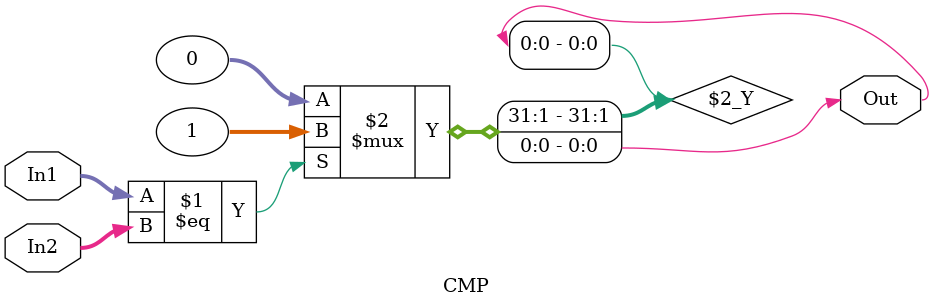
<source format=v>
`timescale 1ns / 1ps


module CMP(In1, In2, Out);
    input   [31:0]In1,In2;
    output  Out;
    assign  Out = (In1 == In2) ? 1 : 0;
endmodule

</source>
